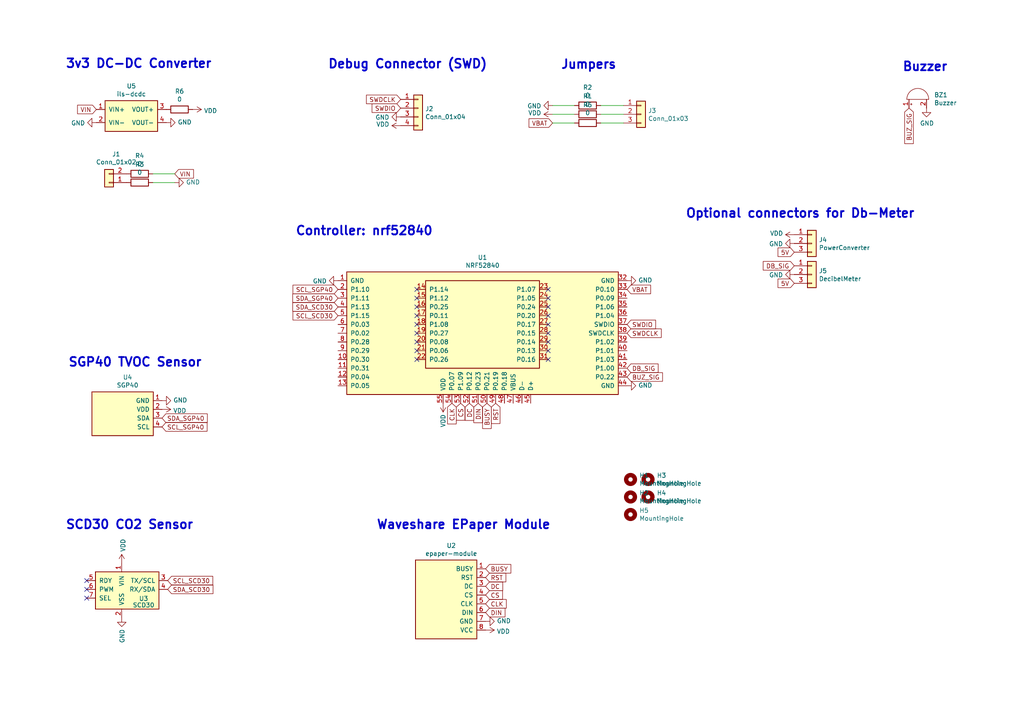
<source format=kicad_sch>
(kicad_sch (version 20230121) (generator eeschema)
  (paper "A4")
  (lib_symbols
    (symbol "Connector_Generic:Conn_01x02" (pin_names (offset 1.016) hide)
      (property "Reference" "J" (at 0 2.54 0))
      (property "Value" "Conn_01x02" (at 0 -5.08 0))
      (symbol "Conn_01x02_1_1"
        (rectangle (start -1.27 -2.413) (end 0 -2.667) (stroke (width 0.1524)))
        (rectangle (start -1.27 0.127) (end 0 -0.127) (stroke (width 0.1524)))
        (rectangle (start -1.27 1.27) (end 1.27 -3.81) (stroke (width 0.254)) (fill (type background)))
        (pin passive line (at -5.08 0 0) (length 3.81) (name "Pin_1") (number "1"))
        (pin passive line (at -5.08 -2.54 0) (length 3.81) (name "Pin_2") (number "2"))
      )
    )
    (symbol "Connector_Generic:Conn_01x03" (pin_names (offset 1.016) hide)
      (property "Reference" "J" (at 0 5.08 0))
      (property "Value" "Conn_01x03" (at 0 -5.08 0))
      (symbol "Conn_01x03_1_1"
        (rectangle (start -1.27 -2.413) (end 0 -2.667) (stroke (width 0.1524)))
        (rectangle (start -1.27 0.127) (end 0 -0.127) (stroke (width 0.1524)))
        (rectangle (start -1.27 2.667) (end 0 2.413) (stroke (width 0.1524)))
        (rectangle (start -1.27 3.81) (end 1.27 -3.81) (stroke (width 0.254)) (fill (type background)))
        (pin passive line (at -5.08 2.54 0) (length 3.81) (name "Pin_1") (number "1"))
        (pin passive line (at -5.08 0 0) (length 3.81) (name "Pin_2") (number "2"))
        (pin passive line (at -5.08 -2.54 0) (length 3.81) (name "Pin_3") (number "3"))
      )
    )
    (symbol "Connector_Generic:Conn_01x04" (pin_names (offset 1.016) hide)
      (property "Reference" "J" (at 0 5.08 0))
      (property "Value" "Conn_01x04" (at 0 -7.62 0))
      (symbol "Conn_01x04_1_1"
        (rectangle (start -1.27 -4.953) (end 0 -5.207) (stroke (width 0.1524)))
        (rectangle (start -1.27 -2.413) (end 0 -2.667) (stroke (width 0.1524)))
        (rectangle (start -1.27 0.127) (end 0 -0.127) (stroke (width 0.1524)))
        (rectangle (start -1.27 2.667) (end 0 2.413) (stroke (width 0.1524)))
        (rectangle (start -1.27 3.81) (end 1.27 -6.35) (stroke (width 0.254)) (fill (type background)))
        (pin passive line (at -5.08 2.54 0) (length 3.81) (name "Pin_1") (number "1"))
        (pin passive line (at -5.08 0 0) (length 3.81) (name "Pin_2") (number "2"))
        (pin passive line (at -5.08 -2.54 0) (length 3.81) (name "Pin_3") (number "3"))
        (pin passive line (at -5.08 -5.08 0) (length 3.81) (name "Pin_4") (number "4"))
      )
    )
    (symbol "Device:Buzzer" (pin_names (offset 0.0254) hide)
      (property "Reference" "BZ" (at 3.81 1.27 0))
      (property "Value" "Buzzer" (at 3.81 -1.27 0))
      (symbol "Buzzer_0_1"
        (arc (start 0 -3.175) (mid 3.1612 0) (end 0 3.175))
        (polyline (pts (xy -1.651 1.905) (xy -1.143 1.905)))
        (polyline (pts (xy -1.397 2.159) (xy -1.397 1.651)))
        (polyline (pts (xy 0 3.175) (xy 0 -3.175)))
      )
      (symbol "Buzzer_1_1"
        (pin passive line (at -2.54 2.54 0) (length 2.54) (name "-") (number "1"))
        (pin passive line (at -2.54 -2.54 0) (length 2.54) (name "+") (number "2"))
      )
    )
    (symbol "Device:R" (pin_numbers hide) (pin_names (offset 0))
      (property "Reference" "R" (at 2.032 0 90))
      (property "Value" "R" (at 0 0 90))
      (symbol "R_0_1"
        (rectangle (start -1.016 -2.54) (end 1.016 2.54) (stroke (width 0.254)))
      )
      (symbol "R_1_1"
        (pin passive line (at 0 3.81 270) (length 1.27) (name "~") (number "1"))
        (pin passive line (at 0 -3.81 90) (length 1.27) (name "~") (number "2"))
      )
    )
    (symbol "Mechanical:MountingHole" (pin_names (offset 1.016))
      (property "Reference" "H" (at 0 5.08 0))
      (property "Value" "MountingHole" (at 0 3.175 0))
      (symbol "MountingHole_0_1"
        (circle (center 0 0) (radius 1.27) (stroke (width 1.27)))
      )
    )
    (symbol "airbox-rescue:NRF52840-nrf52-waveshare" (pin_names (offset 1.016))
      (property "Reference" "U" (at 0 0 0))
      (property "Value" "nrf52-waveshare_NRF52840" (at 0 2.54 0))
      (symbol "NRF52840-nrf52-waveshare_0_1"
        (rectangle (start -40.64 17.78) (end 38.1 -17.78) (stroke (width 0.254)) (fill (type background)))
        (rectangle (start -17.78 15.24) (end 15.24 -10.16) (stroke (width 0.254)) (fill (type background)))
      )
      (symbol "NRF52840-nrf52-waveshare_1_1"
        (pin input line (at -43.18 15.24 0) (length 2.54) (name "GND") (number "1"))
        (pin bidirectional line (at -43.18 -7.62 0) (length 2.54) (name "P0.30") (number "10"))
        (pin bidirectional line (at -43.18 -10.16 0) (length 2.54) (name "P0.31") (number "11"))
        (pin bidirectional line (at -43.18 -12.7 0) (length 2.54) (name "P0.04") (number "12"))
        (pin bidirectional line (at -43.18 -15.24 0) (length 2.54) (name "P0.05") (number "13"))
        (pin bidirectional line (at -20.32 12.7 0) (length 2.54) (name "P1.14") (number "14"))
        (pin bidirectional line (at -20.32 10.16 0) (length 2.54) (name "P1.12") (number "15"))
        (pin bidirectional line (at -20.32 7.62 0) (length 2.54) (name "P0.25") (number "16"))
        (pin bidirectional line (at -20.32 5.08 0) (length 2.54) (name "P0.11") (number "17"))
        (pin bidirectional line (at -20.32 2.54 0) (length 2.54) (name "P1.08") (number "18"))
        (pin bidirectional line (at -20.32 0 0) (length 2.54) (name "P0.27") (number "19"))
        (pin bidirectional line (at -43.18 12.7 0) (length 2.54) (name "P1.10") (number "2"))
        (pin bidirectional line (at -20.32 -2.54 0) (length 2.54) (name "P0.08") (number "20"))
        (pin bidirectional line (at -20.32 -5.08 0) (length 2.54) (name "P0.06") (number "21"))
        (pin bidirectional line (at -20.32 -7.62 0) (length 2.54) (name "P0.26") (number "22"))
        (pin bidirectional line (at 17.78 12.7 180) (length 2.54) (name "P1.07") (number "23"))
        (pin bidirectional line (at 17.78 10.16 180) (length 2.54) (name "P1.05") (number "24"))
        (pin bidirectional line (at 17.78 7.62 180) (length 2.54) (name "P0.24") (number "25"))
        (pin bidirectional line (at 17.78 5.08 180) (length 2.54) (name "P0.20") (number "26"))
        (pin bidirectional line (at 17.78 2.54 180) (length 2.54) (name "P0.17") (number "27"))
        (pin bidirectional line (at 17.78 0 180) (length 2.54) (name "P0.15") (number "28"))
        (pin bidirectional line (at 17.78 -2.54 180) (length 2.54) (name "P0.14") (number "29"))
        (pin bidirectional line (at -43.18 10.16 0) (length 2.54) (name "P1.11") (number "3"))
        (pin bidirectional line (at 17.78 -5.08 180) (length 2.54) (name "P0.13") (number "30"))
        (pin bidirectional line (at 17.78 -7.62 180) (length 2.54) (name "P0.16") (number "31"))
        (pin bidirectional line (at 40.64 15.24 180) (length 2.54) (name "GND") (number "32"))
        (pin bidirectional line (at 40.64 12.7 180) (length 2.54) (name "P0.10") (number "33"))
        (pin bidirectional line (at 40.64 10.16 180) (length 2.54) (name "P0.09") (number "34"))
        (pin bidirectional line (at 40.64 7.62 180) (length 2.54) (name "P1.06") (number "35"))
        (pin bidirectional line (at 40.64 5.08 180) (length 2.54) (name "P1.04") (number "36"))
        (pin bidirectional line (at 40.64 2.54 180) (length 2.54) (name "SWDIO") (number "37"))
        (pin bidirectional line (at 40.64 0 180) (length 2.54) (name "SWDCLK") (number "38"))
        (pin bidirectional line (at 40.64 -2.54 180) (length 2.54) (name "P1.02") (number "39"))
        (pin bidirectional line (at -43.18 7.62 0) (length 2.54) (name "P1.13") (number "4"))
        (pin bidirectional line (at 40.64 -5.08 180) (length 2.54) (name "P1.01") (number "40"))
        (pin bidirectional line (at 40.64 -7.62 180) (length 2.54) (name "P1.03") (number "41"))
        (pin bidirectional line (at 40.64 -10.16 180) (length 2.54) (name "P1.00") (number "42"))
        (pin bidirectional line (at 40.64 -12.7 180) (length 2.54) (name "P0.22") (number "43"))
        (pin bidirectional line (at 40.64 -15.24 180) (length 2.54) (name "GND") (number "44"))
        (pin bidirectional line (at 12.7 -20.32 90) (length 2.54) (name "D+") (number "45"))
        (pin bidirectional line (at 10.16 -20.32 90) (length 2.54) (name "D-") (number "46"))
        (pin bidirectional line (at 7.62 -20.32 90) (length 2.54) (name "VBUS") (number "47"))
        (pin bidirectional line (at 5.08 -20.32 90) (length 2.54) (name "P0.18") (number "48"))
        (pin bidirectional line (at 2.54 -20.32 90) (length 2.54) (name "P0.19") (number "49"))
        (pin bidirectional line (at -43.18 5.08 0) (length 2.54) (name "P1.15") (number "5"))
        (pin bidirectional line (at 0 -20.32 90) (length 2.54) (name "P0.21") (number "50"))
        (pin bidirectional line (at -2.54 -20.32 90) (length 2.54) (name "P0.23") (number "51"))
        (pin bidirectional line (at -5.08 -20.32 90) (length 2.54) (name "P0.12") (number "52"))
        (pin bidirectional line (at -7.62 -20.32 90) (length 2.54) (name "P1.09") (number "53"))
        (pin bidirectional line (at -10.16 -20.32 90) (length 2.54) (name "P0.07") (number "54"))
        (pin bidirectional line (at -12.7 -20.32 90) (length 2.54) (name "VDD") (number "55"))
        (pin bidirectional line (at -43.18 2.54 0) (length 2.54) (name "P0.03") (number "6"))
        (pin bidirectional line (at -43.18 0 0) (length 2.54) (name "P0.02") (number "7"))
        (pin bidirectional line (at -43.18 -2.54 0) (length 2.54) (name "P0.28") (number "8"))
        (pin bidirectional line (at -43.18 -5.08 0) (length 2.54) (name "P0.29") (number "9"))
      )
    )
    (symbol "airbox-rescue:SCD30-scd30" (pin_names (offset 1.016))
      (property "Reference" "U" (at 0 -0.635 0))
      (property "Value" "scd30_SCD30" (at 0 1.27 0))
      (symbol "SCD30-scd30_1_1"
        (rectangle (start -13.97 8.89) (end 4.445 -1.905) (stroke (width 0.254)) (fill (type background)))
        (pin power_in line (at -6.35 11.43 270) (length 2.54) (name "VIN") (number "1"))
        (pin passive line (at -6.35 -4.445 90) (length 2.54) hide (name "VSS") (number "2"))
        (pin power_in line (at -6.35 -4.445 90) (length 2.54) (name "VSS") (number "2"))
        (pin input line (at 6.985 6.35 180) (length 2.54) (name "TX/SCL") (number "3"))
        (pin bidirectional line (at 6.985 3.81 180) (length 2.54) (name "RX/SDA") (number "4"))
        (pin output line (at -16.51 6.35 0) (length 2.54) (name "RDY") (number "5"))
        (pin output line (at -16.51 3.81 0) (length 2.54) (name "PWM") (number "6"))
        (pin input line (at -16.51 1.27 0) (length 2.54) (name "SEL") (number "7"))
      )
    )
    (symbol "airbox-rescue:SGP40-sgp40" (pin_names (offset 1.016))
      (property "Reference" "U" (at 0 2.54 0))
      (property "Value" "sgp40_SGP40" (at 0 0 0))
      (symbol "SGP40-sgp40_0_1"
        (rectangle (start -7.62 7.62) (end 10.16 -5.08) (stroke (width 0.254)) (fill (type background)))
      )
      (symbol "SGP40-sgp40_1_1"
        (pin power_in line (at 12.7 5.08 180) (length 2.54) (name "GND") (number "1"))
        (pin power_in line (at 12.7 2.54 180) (length 2.54) (name "VDD") (number "2"))
        (pin open_collector line (at 12.7 0 180) (length 2.54) (name "SDA") (number "3"))
        (pin open_collector line (at 12.7 -2.54 180) (length 2.54) (name "SCL") (number "4"))
      )
    )
    (symbol "airbox-rescue:epaper-module-epaper-module" (pin_names (offset 1.016))
      (property "Reference" "U" (at -6.985 13.97 0))
      (property "Value" "epaper-module_epaper-module" (at 0 -11.43 0))
      (symbol "epaper-module-epaper-module_0_1"
        (rectangle (start -7.62 12.7) (end 10.16 -10.16) (stroke (width 0.254)) (fill (type background)))
      )
      (symbol "epaper-module-epaper-module_1_1"
        (pin input line (at 12.7 10.16 180) (length 2.54) (name "BUSY") (number "1"))
        (pin input line (at 12.7 7.62 180) (length 2.54) (name "RST") (number "2"))
        (pin input line (at 12.7 5.08 180) (length 2.54) (name "DC") (number "3"))
        (pin input line (at 12.7 2.54 180) (length 2.54) (name "CS") (number "4"))
        (pin input line (at 12.7 0 180) (length 2.54) (name "CLK") (number "5"))
        (pin input line (at 12.7 -2.54 180) (length 2.54) (name "DIN") (number "6"))
        (pin input line (at 12.7 -5.08 180) (length 2.54) (name "GND") (number "7"))
        (pin input line (at 12.7 -7.62 180) (length 2.54) (name "VCC") (number "8"))
      )
    )
    (symbol "ils-dcdc:ils-dcdc" (pin_names (offset 1.016))
      (property "Reference" "U" (at -6.35 6.35 0))
      (property "Value" "ils-dcdc" (at 0 0.635 0))
      (symbol "ils-dcdc_0_1"
        (rectangle (start -7.62 5.08) (end 7.62 -3.81) (stroke (width 0.254)) (fill (type background)))
      )
      (symbol "ils-dcdc_1_1"
        (pin power_in line (at -10.16 2.54 0) (length 2.54) (name "VIN+") (number "1"))
        (pin power_in line (at -10.16 -1.27 0) (length 2.54) (name "VIN-") (number "2"))
        (pin power_out line (at 10.16 2.54 180) (length 2.54) (name "VOUT+") (number "3"))
        (pin power_out line (at 10.16 -1.27 180) (length 2.54) (name "VOUT-") (number "4"))
      )
    )
    (symbol "power:GND" (power) (pin_names (offset 0))
      (property "Value" "GND" (at 0 -3.81 0))
      (symbol "GND_0_1"
        (polyline (pts (xy 0 0) (xy 0 -1.27) (xy 1.27 -1.27) (xy 0 -2.54) (xy -1.27 -1.27) (xy 0 -1.27)))
      )
      (symbol "GND_1_1"
        (pin power_in line (at 0 0 270) (length 0) hide (name "GND") (number "1"))
      )
    )
    (symbol "power:VDD" (power) (pin_names (offset 0))
      (property "Value" "VDD" (at 0 3.81 0))
      (symbol "VDD_0_1"
        (polyline (pts (xy -0.762 1.27) (xy 0 2.54)))
        (polyline (pts (xy 0 0) (xy 0 2.54)))
        (polyline (pts (xy 0 2.54) (xy 0.762 1.27)))
      )
      (symbol "VDD_1_1"
        (pin power_in line (at 0 0 90) (length 0) hide (name "VDD") (number "1"))
      )
    )
  )
  (no_connect (at 120.904 96.647))
  (no_connect (at 25.146 170.942))
  (no_connect (at 159.004 96.647))
  (no_connect (at 25.146 173.482))
  (no_connect (at 159.004 91.567))
  (no_connect (at 159.004 101.727))
  (no_connect (at 120.904 104.267))
  (no_connect (at 120.904 99.187))
  (no_connect (at 120.904 94.107))
  (no_connect (at 159.004 83.947))
  (no_connect (at 159.004 89.027))
  (no_connect (at 159.004 99.187))
  (no_connect (at 120.904 89.027))
  (no_connect (at 120.904 86.487))
  (no_connect (at 25.146 168.402))
  (no_connect (at 159.004 94.107))
  (no_connect (at 159.004 86.487))
  (no_connect (at 120.904 91.567))
  (no_connect (at 120.904 101.727))
  (no_connect (at 120.904 83.947))
  (no_connect (at 159.004 104.267))
  (wire (pts (xy 166.624 33.147) (xy 160.274 33.147)))
  (wire (pts (xy 180.848 33.147) (xy 174.244 33.147)))
  (wire (pts (xy 44.323 52.959) (xy 50.673 52.959)))
  (wire (pts (xy 160.274 35.687) (xy 166.624 35.687)))
  (wire (pts (xy 174.244 35.687) (xy 180.848 35.687)))
  (wire (pts (xy 160.274 30.607) (xy 166.624 30.607)))
  (wire (pts (xy 174.244 30.607) (xy 180.848 30.607)))
  (wire (pts (xy 50.673 50.419) (xy 44.323 50.419)))
  (text "Optional connectors for Db-Meter" (at 198.755 63.5 0) (effects (font (size 2.54 2.54) (thickness 0.508) bold) (justify left bottom)))
  (text "Jumpers" (at 162.56 20.32 0) (effects (font (size 2.54 2.54) (thickness 0.508) bold) (justify left bottom)))
  (text "Buzzer" (at 261.62 20.955 0) (effects (font (size 2.54 2.54) (thickness 0.508) bold) (justify left bottom)))
  (text "Controller: nrf52840" (at 85.598 68.58 0) (effects (font (size 2.54 2.54) (thickness 0.508) bold) (justify left bottom)))
  (text "Debug Connector (SWD)" (at 94.996 20.193 0) (effects (font (size 2.54 2.54) (thickness 0.508) bold) (justify left bottom)))
  (text "Waveshare EPaper Module" (at 109.093 153.797 0) (effects (font (size 2.54 2.54) (thickness 0.508) bold) (justify left bottom)))
  (text "SGP40 TVOC Sensor" (at 19.685 106.68 0) (effects (font (size 2.54 2.54) (thickness 0.508) bold) (justify left bottom)))
  (text "3v3 DC-DC Converter" (at 18.923 20.066 0) (effects (font (size 2.54 2.54) (thickness 0.508) bold) (justify left bottom)))
  (text "SCD30 CO2 Sensor" (at 18.923 153.797 0) (effects (font (size 2.54 2.54) (thickness 0.508) bold) (justify left bottom)))
  (global_label "5V" (shape input) (at 230.378 73.152 180) (property "Intersheetrefs" "${INTERSHEET_REFS}" (effects hide)))
  (global_label "CS" (shape input) (at 133.604 116.967 270) (property "Intersheetrefs" "${INTERSHEET_REFS}" (effects hide)))
  (global_label "DB_SIG" (shape input) (at 230.378 77.089 180) (property "Intersheetrefs" "${INTERSHEET_REFS}" (effects hide)))
  (global_label "DB_SIG" (shape input) (at 181.864 106.807 0) (property "Intersheetrefs" "${INTERSHEET_REFS}" (effects hide)))
  (global_label "SCL_SCD30" (shape input) (at 98.044 91.567 180) (property "Intersheetrefs" "${INTERSHEET_REFS}" (effects hide)))
  (global_label "SWDIO" (shape input) (at 181.864 94.107 0) (property "Intersheetrefs" "${INTERSHEET_REFS}" (effects hide)))
  (global_label "SDA_SCD30" (shape input) (at 98.044 89.027 180) (property "Intersheetrefs" "${INTERSHEET_REFS}" (effects hide)))
  (global_label "VIN" (shape input) (at 27.94 31.75 180) (property "Intersheetrefs" "${INTERSHEET_REFS}" (effects hide)))
  (global_label "SCL_SGP40" (shape input) (at 46.99 123.825 0) (property "Intersheetrefs" "${INTERSHEET_REFS}" (effects hide)))
  (global_label "5V" (shape input) (at 230.378 82.169 180) (property "Intersheetrefs" "${INTERSHEET_REFS}" (effects hide)))
  (global_label "BUZ_SIG" (shape input) (at 263.652 31.369 270) (property "Intersheetrefs" "${INTERSHEET_REFS}" (effects hide)))
  (global_label "SWDIO" (shape input) (at 116.205 31.369 180) (property "Intersheetrefs" "${INTERSHEET_REFS}" (effects hide)))
  (global_label "DIN" (shape input) (at 138.684 116.967 270) (property "Intersheetrefs" "${INTERSHEET_REFS}" (effects hide)))
  (global_label "BUSY" (shape input) (at 141.224 116.967 270) (property "Intersheetrefs" "${INTERSHEET_REFS}" (effects hide)))
  (global_label "VIN" (shape input) (at 50.673 50.419 0) (property "Intersheetrefs" "${INTERSHEET_REFS}" (effects hide)))
  (global_label "DIN" (shape input) (at 140.843 177.673 0) (property "Intersheetrefs" "${INTERSHEET_REFS}" (effects hide)))
  (global_label "SCL_SCD30" (shape input) (at 48.641 168.402 0) (property "Intersheetrefs" "${INTERSHEET_REFS}" (effects hide)))
  (global_label "SDA_SCD30" (shape input) (at 48.641 170.942 0) (property "Intersheetrefs" "${INTERSHEET_REFS}" (effects hide)))
  (global_label "VBAT" (shape input) (at 181.864 83.947 0) (property "Intersheetrefs" "${INTERSHEET_REFS}" (effects hide)))
  (global_label "CLK" (shape input) (at 140.843 175.133 0) (property "Intersheetrefs" "${INTERSHEET_REFS}" (effects hide)))
  (global_label "CS" (shape input) (at 140.843 172.593 0) (property "Intersheetrefs" "${INTERSHEET_REFS}" (effects hide)))
  (global_label "CLK" (shape input) (at 131.064 116.967 270) (property "Intersheetrefs" "${INTERSHEET_REFS}" (effects hide)))
  (global_label "DC" (shape input) (at 140.843 170.053 0) (property "Intersheetrefs" "${INTERSHEET_REFS}" (effects hide)))
  (global_label "BUSY" (shape input) (at 140.843 164.973 0) (property "Intersheetrefs" "${INTERSHEET_REFS}" (effects hide)))
  (global_label "BUZ_SIG" (shape input) (at 181.864 109.347 0) (property "Intersheetrefs" "${INTERSHEET_REFS}" (effects hide)))
  (global_label "SWDCLK" (shape input) (at 116.205 28.829 180) (property "Intersheetrefs" "${INTERSHEET_REFS}" (effects hide)))
  (global_label "VBAT" (shape input) (at 160.274 35.687 180) (property "Intersheetrefs" "${INTERSHEET_REFS}" (effects hide)))
  (global_label "RST" (shape input) (at 143.764 116.967 270) (property "Intersheetrefs" "${INTERSHEET_REFS}" (effects hide)))
  (global_label "SDA_SGP40" (shape input) (at 46.99 121.285 0) (property "Intersheetrefs" "${INTERSHEET_REFS}" (effects hide)))
  (global_label "RST" (shape input) (at 140.843 167.513 0) (property "Intersheetrefs" "${INTERSHEET_REFS}" (effects hide)))
  (global_label "SDA_SGP40" (shape input) (at 98.044 86.487 180) (property "Intersheetrefs" "${INTERSHEET_REFS}" (effects hide)))
  (global_label "SWDCLK" (shape input) (at 181.864 96.647 0) (property "Intersheetrefs" "${INTERSHEET_REFS}" (effects hide)))
  (global_label "SCL_SGP40" (shape input) (at 98.044 83.947 180) (property "Intersheetrefs" "${INTERSHEET_REFS}" (effects hide)))
  (global_label "DC" (shape input) (at 136.144 116.967 270) (property "Intersheetrefs" "${INTERSHEET_REFS}" (effects hide)))
  (symbol (lib_id "power:GND") (at 181.864 81.407 90) (unit 1)
    (property "Reference" "#PWR0101" (effects hide))
    (property "Value" "GND" (at 185.1152 81.28 90) (effects (justify right)))
  )
  (symbol (lib_id "power:GND") (at 98.044 81.407 270) (unit 1)
    (property "Reference" "#PWR0102" (effects hide))
    (property "Value" "GND" (at 94.7928 81.534 90) (effects (justify right)))
  )
  (symbol (lib_id "power:GND") (at 181.864 111.887 90) (unit 1)
    (property "Reference" "#PWR0103" (effects hide))
    (property "Value" "GND" (at 185.1152 111.76 90) (effects (justify right)))
  )
  (symbol (lib_id "power:GND") (at 140.843 180.213 90) (unit 1)
    (property "Reference" "#PWR0104" (effects hide))
    (property "Value" "GND" (at 144.0942 180.086 90) (effects (justify right)))
  )
  (symbol (lib_id "power:VDD") (at 140.843 182.753 270) (unit 1)
    (property "Reference" "#PWR0105" (effects hide))
    (property "Value" "VDD" (at 144.0688 183.134 90) (effects (justify left)))
  )
  (symbol (lib_id "airbox-rescue:epaper-module-epaper-module") (at 128.143 175.133 0) (unit 1)
    (property "Reference" "U2" (at 130.8862 158.242 0))
    (property "Value" "epaper-module" (at 130.8862 160.5534 0))
    (property "Footprint" "waveshare-epaper-module:epaper-module" (effects hide))
  )
  (symbol (lib_id "airbox-rescue:SCD30-scd30") (at 41.656 174.752 0) (unit 1)
    (property "Reference" "U3" (at 41.656 173.609 0))
    (property "Value" "SCD30" (at 41.656 175.514 0))
    (property "Footprint" "sensirion-scd30:scd30" (effects hide))
  )
  (symbol (lib_id "power:VDD") (at 35.306 163.322 0) (unit 1)
    (property "Reference" "#PWR0107" (effects hide))
    (property "Value" "VDD" (at 35.687 160.0962 90) (effects (justify left)))
  )
  (symbol (lib_id "power:GND") (at 35.306 179.197 0) (unit 1)
    (property "Reference" "#PWR0108" (effects hide))
    (property "Value" "GND" (at 35.433 182.4482 90) (effects (justify right)))
  )
  (symbol (lib_id "power:VDD") (at 128.524 116.967 180) (unit 1)
    (property "Reference" "#PWR0106" (effects hide))
    (property "Value" "VDD" (at 128.524 120.142 90) (effects (justify left)))
  )
  (symbol (lib_id "airbox-rescue:NRF52840-nrf52-waveshare") (at 141.224 96.647 0) (unit 1)
    (property "Reference" "U1" (at 139.954 74.676 0))
    (property "Value" "NRF52840" (at 139.954 76.9874 0))
    (property "Footprint" "nrf52840-waveshare:nrf52-waveshare" (effects hide))
  )
  (symbol (lib_id "power:VDD") (at 46.99 118.745 270) (unit 1)
    (property "Reference" "#PWR0109" (effects hide))
    (property "Value" "VDD" (at 50.2158 119.126 90) (effects (justify left)))
  )
  (symbol (lib_id "power:GND") (at 46.99 116.205 90) (unit 1)
    (property "Reference" "#PWR0110" (effects hide))
    (property "Value" "GND" (at 50.2412 116.078 90) (effects (justify right)))
  )
  (symbol (lib_id "Connector_Generic:Conn_01x04") (at 121.285 31.369 0) (unit 1)
    (property "Reference" "J2" (at 123.317 31.5722 0) (effects (justify left)))
    (property "Value" "Conn_01x04" (at 123.317 33.8836 0) (effects (justify left)))
    (property "Footprint" "Connector_JST:JST_EH_B4B-EH-A_1x04_P2.50mm_Vertical" (effects hide))
  )
  (symbol (lib_id "power:GND") (at 27.94 35.56 270) (unit 1)
    (property "Reference" "#PWR0111" (effects hide))
    (property "Value" "GND" (at 24.6888 35.687 90) (effects (justify right)))
  )
  (symbol (lib_id "power:GND") (at 48.26 35.56 90) (unit 1)
    (property "Reference" "#PWR0112" (effects hide))
    (property "Value" "GND" (at 51.5112 35.433 90) (effects (justify right)))
  )
  (symbol (lib_id "power:VDD") (at 55.88 31.75 270) (unit 1)
    (property "Reference" "#PWR0113" (effects hide))
    (property "Value" "VDD" (at 59.1312 32.131 90) (effects (justify left)))
  )
  (symbol (lib_id "power:GND") (at 50.673 52.959 90) (unit 1)
    (property "Reference" "#PWR0114" (effects hide))
    (property "Value" "GND" (at 53.9242 52.832 90) (effects (justify right)))
  )
  (symbol (lib_id "Connector_Generic:Conn_01x03") (at 185.928 33.147 0) (unit 1)
    (property "Reference" "J3" (at 187.96 32.0802 0) (effects (justify left)))
    (property "Value" "Conn_01x03" (at 187.96 34.3916 0) (effects (justify left)))
    (property "Footprint" "Connector_JST:JST_EH_B3B-EH-A_1x03_P2.50mm_Vertical" (effects hide))
  )
  (symbol (lib_id "power:GND") (at 160.274 30.607 270) (unit 1)
    (property "Reference" "#PWR0117" (effects hide))
    (property "Value" "GND" (at 157.0228 30.734 90) (effects (justify right)))
  )
  (symbol (lib_id "power:VDD") (at 160.274 33.147 90) (unit 1)
    (property "Reference" "#PWR0118" (effects hide))
    (property "Value" "VDD" (at 157.0228 32.766 90) (effects (justify left)))
  )
  (symbol (lib_id "Device:Buzzer") (at 266.192 28.829 90) (unit 1)
    (property "Reference" "BZ1" (at 270.9418 27.5336 90) (effects (justify right)))
    (property "Value" "Buzzer" (at 270.9418 29.845 90) (effects (justify right)))
    (property "Footprint" "PS1240P02BT:PS1240P02BT" (effects hide))
  )
  (symbol (lib_id "power:GND") (at 268.732 31.369 0) (unit 1)
    (property "Reference" "#PWR0119" (effects hide))
    (property "Value" "GND" (at 268.859 35.7632 0))
  )
  (symbol (lib_id "Connector_Generic:Conn_01x03") (at 235.458 79.629 0) (unit 1)
    (property "Reference" "J5" (at 237.49 78.5622 0) (effects (justify left)))
    (property "Value" "DecibelMeter" (at 237.49 80.8736 0) (effects (justify left)))
    (property "Footprint" "Connector_PinSocket_2.54mm:PinSocket_1x03_P2.54mm_Vertical" (effects hide))
  )
  (symbol (lib_id "Connector_Generic:Conn_01x03") (at 235.458 70.612 0) (unit 1)
    (property "Reference" "J4" (at 237.49 69.5452 0) (effects (justify left)))
    (property "Value" "PowerConverter" (at 237.49 71.8566 0) (effects (justify left)))
    (property "Footprint" "Connector_PinSocket_2.54mm:PinSocket_1x03_P2.54mm_Vertical" (effects hide))
  )
  (symbol (lib_id "power:GND") (at 230.378 79.629 270) (unit 1)
    (property "Reference" "#PWR0120" (effects hide))
    (property "Value" "GND" (at 227.1268 79.756 90) (effects (justify right)))
  )
  (symbol (lib_id "power:GND") (at 230.378 70.612 270) (unit 1)
    (property "Reference" "#PWR0121" (effects hide))
    (property "Value" "GND" (at 227.1268 70.739 90) (effects (justify right)))
  )
  (symbol (lib_id "power:VDD") (at 230.378 68.072 90) (unit 1)
    (property "Reference" "#PWR0122" (effects hide))
    (property "Value" "VDD" (at 227.1522 67.691 90) (effects (justify left)))
  )
  (symbol (lib_id "Device:R") (at 170.434 35.687 270) (mirror x) (unit 1)
    (property "Reference" "R5" (at 170.434 30.4292 90))
    (property "Value" "0" (at 170.434 32.7406 90))
    (property "Footprint" "Resistor_SMD:R_0805_2012Metric" (effects hide))
  )
  (symbol (lib_id "Mechanical:MountingHole") (at 187.96 139.065 0) (unit 1)
    (property "Reference" "H3" (at 190.5 137.8966 0) (effects (justify left)))
    (property "Value" "MountingHole" (at 190.5 140.208 0) (effects (justify left)))
    (property "Footprint" "MountingHole:MountingHole_3mm" (effects hide))
  )
  (symbol (lib_id "Mechanical:MountingHole") (at 182.88 139.065 0) (unit 1)
    (property "Reference" "H1" (at 185.42 137.8966 0) (effects (justify left)))
    (property "Value" "MountingHole" (at 185.42 140.208 0) (effects (justify left)))
    (property "Footprint" "MountingHole:MountingHole_3mm" (effects hide))
  )
  (symbol (lib_id "Mechanical:MountingHole") (at 187.96 144.145 0) (unit 1)
    (property "Reference" "H4" (at 190.5 142.9766 0) (effects (justify left)))
    (property "Value" "MountingHole" (at 190.5 145.288 0) (effects (justify left)))
    (property "Footprint" "MountingHole:MountingHole_3mm" (effects hide))
  )
  (symbol (lib_id "Mechanical:MountingHole") (at 182.88 144.145 0) (unit 1)
    (property "Reference" "H2" (at 185.42 142.9766 0) (effects (justify left)))
    (property "Value" "MountingHole" (at 185.42 145.288 0) (effects (justify left)))
    (property "Footprint" "MountingHole:MountingHole_3mm" (effects hide))
  )
  (symbol (lib_id "Device:R") (at 170.434 33.147 270) (mirror x) (unit 1)
    (property "Reference" "R1" (at 170.434 27.8892 90))
    (property "Value" "0" (at 170.434 30.2006 90))
    (property "Footprint" "Resistor_SMD:R_0805_2012Metric" (effects hide))
  )
  (symbol (lib_id "Device:R") (at 170.434 30.607 270) (mirror x) (unit 1)
    (property "Reference" "R2" (at 170.434 25.3492 90))
    (property "Value" "0" (at 170.434 27.6606 90))
    (property "Footprint" "Resistor_SMD:R_0805_2012Metric" (effects hide))
  )
  (symbol (lib_id "Device:R") (at 40.513 52.959 90) (mirror x) (unit 1)
    (property "Reference" "R3" (at 40.513 47.7012 90))
    (property "Value" "0" (at 40.513 50.0126 90))
    (property "Footprint" "Resistor_SMD:R_0805_2012Metric" (effects hide))
  )
  (symbol (lib_id "Device:R") (at 40.513 50.419 90) (mirror x) (unit 1)
    (property "Reference" "R4" (at 40.513 45.1612 90))
    (property "Value" "0" (at 40.513 47.4726 90))
    (property "Footprint" "Resistor_SMD:R_0805_2012Metric" (effects hide))
  )
  (symbol (lib_id "Connector_Generic:Conn_01x02") (at 31.623 52.959 180) (unit 1)
    (property "Reference" "J1" (at 33.7058 44.704 0))
    (property "Value" "Conn_01x02" (at 33.7058 47.0154 0))
    (property "Footprint" "Connector_JST:JST_EH_B2B-EH-A_1x02_P2.50mm_Vertical" (effects hide))
  )
  (symbol (lib_id "power:GND") (at 116.205 33.909 270) (unit 1)
    (property "Reference" "#PWR0115" (effects hide))
    (property "Value" "GND" (at 112.9538 34.036 90) (effects (justify right)))
  )
  (symbol (lib_id "power:VDD") (at 116.205 36.449 90) (unit 1)
    (property "Reference" "#PWR0116" (effects hide))
    (property "Value" "VDD" (at 112.9538 36.068 90) (effects (justify left)))
  )
  (symbol (lib_id "Mechanical:MountingHole") (at 182.88 149.225 0) (unit 1)
    (property "Reference" "H5" (at 185.42 148.0566 0) (effects (justify left)))
    (property "Value" "MountingHole" (at 185.42 150.368 0) (effects (justify left)))
    (property "Footprint" "MountingHole:MountingHole_3mm" (effects hide))
  )
  (symbol (lib_id "Device:R") (at 52.07 31.75 90) (mirror x) (unit 1)
    (property "Reference" "R6" (at 52.07 26.4922 90))
    (property "Value" "0" (at 52.07 28.8036 90))
    (property "Footprint" "Resistor_SMD:R_0805_2012Metric" (effects hide))
  )
  (symbol (lib_id "airbox-rescue:SGP40-sgp40") (at 34.29 121.285 0) (unit 1)
    (property "Reference" "U4" (at 37.0078 109.4232 0))
    (property "Value" "SGP40" (at 37.0078 111.7346 0))
    (property "Footprint" "sgp40-adafruit-breakout:sgp40-sparkx-breakout" (effects hide))
  )
  (symbol (lib_id "ils-dcdc:ils-dcdc") (at 38.1 34.29 0) (unit 1)
    (property "Reference" "U5" (at 38.1 24.9682 0))
    (property "Value" "ils-dcdc" (at 38.1 27.2796 0))
    (property "Footprint" "ils-dcdc:ils-3v3dcdc" (effects hide))
  )
)
</source>
